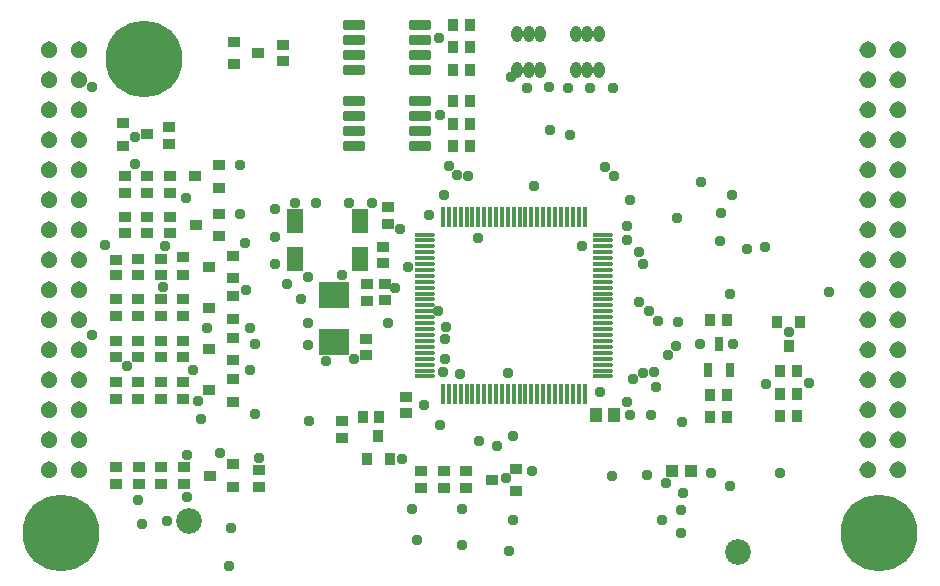
<source format=gts>
G04*
G04 #@! TF.GenerationSoftware,Altium Limited,Altium Designer,22.10.1 (41)*
G04*
G04 Layer_Color=8388736*
%FSLAX23Y23*%
%MOIN*%
G70*
G04*
G04 #@! TF.SameCoordinates,FE0D4549-5355-498F-96F3-0299564D4BAC*
G04*
G04*
G04 #@! TF.FilePolarity,Negative*
G04*
G01*
G75*
%ADD29R,0.039X0.039*%
%ADD38O,0.067X0.016*%
%ADD39O,0.016X0.067*%
%ADD40R,0.041X0.045*%
%ADD41R,0.041X0.037*%
%ADD42R,0.041X0.037*%
%ADD43R,0.037X0.041*%
%ADD44R,0.037X0.041*%
%ADD45R,0.030X0.051*%
%ADD46R,0.057X0.081*%
%ADD47R,0.100X0.085*%
G04:AMPARAMS|DCode=48|XSize=32mil|YSize=71mil|CornerRadius=5mil|HoleSize=0mil|Usage=FLASHONLY|Rotation=270.000|XOffset=0mil|YOffset=0mil|HoleType=Round|Shape=RoundedRectangle|*
%AMROUNDEDRECTD48*
21,1,0.032,0.061,0,0,270.0*
21,1,0.022,0.071,0,0,270.0*
1,1,0.010,-0.031,-0.011*
1,1,0.010,-0.031,0.011*
1,1,0.010,0.031,0.011*
1,1,0.010,0.031,-0.011*
%
%ADD48ROUNDEDRECTD48*%
%ADD49O,0.037X0.055*%
%ADD50C,0.256*%
%ADD51C,0.086*%
%ADD52C,0.037*%
G36*
X743Y4874D02*
X750Y4871D01*
X756Y4867D01*
X760Y4861D01*
X763Y4854D01*
X764Y4847D01*
X763Y4840D01*
X760Y4833D01*
X756Y4827D01*
X750Y4823D01*
X743Y4820D01*
X736Y4819D01*
X729Y4820D01*
X722Y4823D01*
X716Y4827D01*
X712Y4833D01*
X709Y4840D01*
X708Y4847D01*
X709Y4854D01*
X712Y4861D01*
X716Y4867D01*
X722Y4871D01*
X729Y4874D01*
X736Y4875D01*
X743Y4874D01*
D02*
G37*
G36*
X643D02*
X650Y4871D01*
X656Y4867D01*
X660Y4861D01*
X663Y4854D01*
X664Y4847D01*
X663Y4840D01*
X660Y4833D01*
X656Y4827D01*
X650Y4823D01*
X643Y4820D01*
X636Y4819D01*
X629Y4820D01*
X622Y4823D01*
X616Y4827D01*
X612Y4833D01*
X609Y4840D01*
X608Y4847D01*
X609Y4854D01*
X612Y4861D01*
X616Y4867D01*
X622Y4871D01*
X629Y4874D01*
X636Y4875D01*
X643Y4874D01*
D02*
G37*
G36*
X743Y4774D02*
X750Y4771D01*
X756Y4767D01*
X760Y4761D01*
X763Y4754D01*
X764Y4747D01*
X763Y4740D01*
X760Y4733D01*
X756Y4727D01*
X750Y4723D01*
X743Y4720D01*
X736Y4719D01*
X729Y4720D01*
X722Y4723D01*
X716Y4727D01*
X712Y4733D01*
X709Y4740D01*
X708Y4747D01*
X709Y4754D01*
X712Y4761D01*
X716Y4767D01*
X722Y4771D01*
X729Y4774D01*
X736Y4775D01*
X743Y4774D01*
D02*
G37*
G36*
X643D02*
X650Y4771D01*
X656Y4767D01*
X660Y4761D01*
X663Y4754D01*
X664Y4747D01*
X663Y4740D01*
X660Y4733D01*
X656Y4727D01*
X650Y4723D01*
X643Y4720D01*
X636Y4719D01*
X629Y4720D01*
X622Y4723D01*
X616Y4727D01*
X612Y4733D01*
X609Y4740D01*
X608Y4747D01*
X609Y4754D01*
X612Y4761D01*
X616Y4767D01*
X622Y4771D01*
X629Y4774D01*
X636Y4775D01*
X643Y4774D01*
D02*
G37*
G36*
X743Y4674D02*
X750Y4671D01*
X756Y4667D01*
X760Y4661D01*
X763Y4654D01*
X764Y4647D01*
X763Y4640D01*
X760Y4633D01*
X756Y4627D01*
X750Y4623D01*
X743Y4620D01*
X736Y4619D01*
X729Y4620D01*
X722Y4623D01*
X716Y4627D01*
X712Y4633D01*
X709Y4640D01*
X708Y4647D01*
X709Y4654D01*
X712Y4661D01*
X716Y4667D01*
X722Y4671D01*
X729Y4674D01*
X736Y4675D01*
X743Y4674D01*
D02*
G37*
G36*
X643D02*
X650Y4671D01*
X656Y4667D01*
X660Y4661D01*
X663Y4654D01*
X664Y4647D01*
X663Y4640D01*
X660Y4633D01*
X656Y4627D01*
X650Y4623D01*
X643Y4620D01*
X636Y4619D01*
X629Y4620D01*
X622Y4623D01*
X616Y4627D01*
X612Y4633D01*
X609Y4640D01*
X608Y4647D01*
X609Y4654D01*
X612Y4661D01*
X616Y4667D01*
X622Y4671D01*
X629Y4674D01*
X636Y4675D01*
X643Y4674D01*
D02*
G37*
G36*
X743Y4574D02*
X750Y4571D01*
X756Y4567D01*
X760Y4561D01*
X763Y4554D01*
X764Y4547D01*
X763Y4540D01*
X760Y4533D01*
X756Y4527D01*
X750Y4523D01*
X743Y4520D01*
X736Y4519D01*
X729Y4520D01*
X722Y4523D01*
X716Y4527D01*
X712Y4533D01*
X709Y4540D01*
X708Y4547D01*
X709Y4554D01*
X712Y4561D01*
X716Y4567D01*
X722Y4571D01*
X729Y4574D01*
X736Y4575D01*
X743Y4574D01*
D02*
G37*
G36*
X643D02*
X650Y4571D01*
X656Y4567D01*
X660Y4561D01*
X663Y4554D01*
X664Y4547D01*
X663Y4540D01*
X660Y4533D01*
X656Y4527D01*
X650Y4523D01*
X643Y4520D01*
X636Y4519D01*
X629Y4520D01*
X622Y4523D01*
X616Y4527D01*
X612Y4533D01*
X609Y4540D01*
X608Y4547D01*
X609Y4554D01*
X612Y4561D01*
X616Y4567D01*
X622Y4571D01*
X629Y4574D01*
X636Y4575D01*
X643Y4574D01*
D02*
G37*
G36*
X743Y4474D02*
X750Y4471D01*
X756Y4467D01*
X760Y4461D01*
X763Y4454D01*
X764Y4447D01*
X763Y4440D01*
X760Y4433D01*
X756Y4427D01*
X750Y4423D01*
X743Y4420D01*
X736Y4419D01*
X729Y4420D01*
X722Y4423D01*
X716Y4427D01*
X712Y4433D01*
X709Y4440D01*
X708Y4447D01*
X709Y4454D01*
X712Y4461D01*
X716Y4467D01*
X722Y4471D01*
X729Y4474D01*
X736Y4475D01*
X743Y4474D01*
D02*
G37*
G36*
X643D02*
X650Y4471D01*
X656Y4467D01*
X660Y4461D01*
X663Y4454D01*
X664Y4447D01*
X663Y4440D01*
X660Y4433D01*
X656Y4427D01*
X650Y4423D01*
X643Y4420D01*
X636Y4419D01*
X629Y4420D01*
X622Y4423D01*
X616Y4427D01*
X612Y4433D01*
X609Y4440D01*
X608Y4447D01*
X609Y4454D01*
X612Y4461D01*
X616Y4467D01*
X622Y4471D01*
X629Y4474D01*
X636Y4475D01*
X643Y4474D01*
D02*
G37*
G36*
X743Y4374D02*
X750Y4371D01*
X756Y4367D01*
X760Y4361D01*
X763Y4354D01*
X764Y4347D01*
X763Y4340D01*
X760Y4333D01*
X756Y4327D01*
X750Y4323D01*
X743Y4320D01*
X736Y4319D01*
X729Y4320D01*
X722Y4323D01*
X716Y4327D01*
X712Y4333D01*
X709Y4340D01*
X708Y4347D01*
X709Y4354D01*
X712Y4361D01*
X716Y4367D01*
X722Y4371D01*
X729Y4374D01*
X736Y4375D01*
X743Y4374D01*
D02*
G37*
G36*
X643D02*
X650Y4371D01*
X656Y4367D01*
X660Y4361D01*
X663Y4354D01*
X664Y4347D01*
X663Y4340D01*
X660Y4333D01*
X656Y4327D01*
X650Y4323D01*
X643Y4320D01*
X636Y4319D01*
X629Y4320D01*
X622Y4323D01*
X616Y4327D01*
X612Y4333D01*
X609Y4340D01*
X608Y4347D01*
X609Y4354D01*
X612Y4361D01*
X616Y4367D01*
X622Y4371D01*
X629Y4374D01*
X636Y4375D01*
X643Y4374D01*
D02*
G37*
G36*
X743Y4274D02*
X750Y4271D01*
X756Y4267D01*
X760Y4261D01*
X763Y4254D01*
X764Y4247D01*
X763Y4240D01*
X760Y4233D01*
X756Y4227D01*
X750Y4223D01*
X743Y4220D01*
X736Y4219D01*
X729Y4220D01*
X722Y4223D01*
X716Y4227D01*
X712Y4233D01*
X709Y4240D01*
X708Y4247D01*
X709Y4254D01*
X712Y4261D01*
X716Y4267D01*
X722Y4271D01*
X729Y4274D01*
X736Y4275D01*
X743Y4274D01*
D02*
G37*
G36*
X643D02*
X650Y4271D01*
X656Y4267D01*
X660Y4261D01*
X663Y4254D01*
X664Y4247D01*
X663Y4240D01*
X660Y4233D01*
X656Y4227D01*
X650Y4223D01*
X643Y4220D01*
X636Y4219D01*
X629Y4220D01*
X622Y4223D01*
X616Y4227D01*
X612Y4233D01*
X609Y4240D01*
X608Y4247D01*
X609Y4254D01*
X612Y4261D01*
X616Y4267D01*
X622Y4271D01*
X629Y4274D01*
X636Y4275D01*
X643Y4274D01*
D02*
G37*
G36*
X743Y4174D02*
X750Y4171D01*
X756Y4167D01*
X760Y4161D01*
X763Y4154D01*
X764Y4147D01*
X763Y4140D01*
X760Y4133D01*
X756Y4127D01*
X750Y4123D01*
X743Y4120D01*
X736Y4119D01*
X729Y4120D01*
X722Y4123D01*
X716Y4127D01*
X712Y4133D01*
X709Y4140D01*
X708Y4147D01*
X709Y4154D01*
X712Y4161D01*
X716Y4167D01*
X722Y4171D01*
X729Y4174D01*
X736Y4175D01*
X743Y4174D01*
D02*
G37*
G36*
X643D02*
X650Y4171D01*
X656Y4167D01*
X660Y4161D01*
X663Y4154D01*
X664Y4147D01*
X663Y4140D01*
X660Y4133D01*
X656Y4127D01*
X650Y4123D01*
X643Y4120D01*
X636Y4119D01*
X629Y4120D01*
X622Y4123D01*
X616Y4127D01*
X612Y4133D01*
X609Y4140D01*
X608Y4147D01*
X609Y4154D01*
X612Y4161D01*
X616Y4167D01*
X622Y4171D01*
X629Y4174D01*
X636Y4175D01*
X643Y4174D01*
D02*
G37*
G36*
X743Y4074D02*
X750Y4071D01*
X756Y4067D01*
X760Y4061D01*
X763Y4054D01*
X764Y4047D01*
X763Y4040D01*
X760Y4033D01*
X756Y4027D01*
X750Y4023D01*
X743Y4020D01*
X736Y4019D01*
X729Y4020D01*
X722Y4023D01*
X716Y4027D01*
X712Y4033D01*
X709Y4040D01*
X708Y4047D01*
X709Y4054D01*
X712Y4061D01*
X716Y4067D01*
X722Y4071D01*
X729Y4074D01*
X736Y4075D01*
X743Y4074D01*
D02*
G37*
G36*
X643D02*
X650Y4071D01*
X656Y4067D01*
X660Y4061D01*
X663Y4054D01*
X664Y4047D01*
X663Y4040D01*
X660Y4033D01*
X656Y4027D01*
X650Y4023D01*
X643Y4020D01*
X636Y4019D01*
X629Y4020D01*
X622Y4023D01*
X616Y4027D01*
X612Y4033D01*
X609Y4040D01*
X608Y4047D01*
X609Y4054D01*
X612Y4061D01*
X616Y4067D01*
X622Y4071D01*
X629Y4074D01*
X636Y4075D01*
X643Y4074D01*
D02*
G37*
G36*
X743Y3974D02*
X750Y3971D01*
X756Y3967D01*
X760Y3961D01*
X763Y3954D01*
X764Y3947D01*
X763Y3940D01*
X760Y3933D01*
X756Y3927D01*
X750Y3923D01*
X743Y3920D01*
X736Y3919D01*
X729Y3920D01*
X722Y3923D01*
X716Y3927D01*
X712Y3933D01*
X709Y3940D01*
X708Y3947D01*
X709Y3954D01*
X712Y3961D01*
X716Y3967D01*
X722Y3971D01*
X729Y3974D01*
X736Y3975D01*
X743Y3974D01*
D02*
G37*
G36*
X643D02*
X650Y3971D01*
X656Y3967D01*
X660Y3961D01*
X663Y3954D01*
X664Y3947D01*
X663Y3940D01*
X660Y3933D01*
X656Y3927D01*
X650Y3923D01*
X643Y3920D01*
X636Y3919D01*
X629Y3920D01*
X622Y3923D01*
X616Y3927D01*
X612Y3933D01*
X609Y3940D01*
X608Y3947D01*
X609Y3954D01*
X612Y3961D01*
X616Y3967D01*
X622Y3971D01*
X629Y3974D01*
X636Y3975D01*
X643Y3974D01*
D02*
G37*
G36*
X743Y3874D02*
X750Y3871D01*
X756Y3867D01*
X760Y3861D01*
X763Y3854D01*
X764Y3847D01*
X763Y3840D01*
X760Y3833D01*
X756Y3827D01*
X750Y3823D01*
X743Y3820D01*
X736Y3819D01*
X729Y3820D01*
X722Y3823D01*
X716Y3827D01*
X712Y3833D01*
X709Y3840D01*
X708Y3847D01*
X709Y3854D01*
X712Y3861D01*
X716Y3867D01*
X722Y3871D01*
X729Y3874D01*
X736Y3875D01*
X743Y3874D01*
D02*
G37*
G36*
X643D02*
X650Y3871D01*
X656Y3867D01*
X660Y3861D01*
X663Y3854D01*
X664Y3847D01*
X663Y3840D01*
X660Y3833D01*
X656Y3827D01*
X650Y3823D01*
X643Y3820D01*
X636Y3819D01*
X629Y3820D01*
X622Y3823D01*
X616Y3827D01*
X612Y3833D01*
X609Y3840D01*
X608Y3847D01*
X609Y3854D01*
X612Y3861D01*
X616Y3867D01*
X622Y3871D01*
X629Y3874D01*
X636Y3875D01*
X643Y3874D01*
D02*
G37*
G36*
X743Y3774D02*
X750Y3771D01*
X756Y3767D01*
X760Y3761D01*
X763Y3754D01*
X764Y3747D01*
X763Y3740D01*
X760Y3733D01*
X756Y3727D01*
X750Y3723D01*
X743Y3720D01*
X736Y3719D01*
X729Y3720D01*
X722Y3723D01*
X716Y3727D01*
X712Y3733D01*
X709Y3740D01*
X708Y3747D01*
X709Y3754D01*
X712Y3761D01*
X716Y3767D01*
X722Y3771D01*
X729Y3774D01*
X736Y3775D01*
X743Y3774D01*
D02*
G37*
G36*
X643D02*
X650Y3771D01*
X656Y3767D01*
X660Y3761D01*
X663Y3754D01*
X664Y3747D01*
X663Y3740D01*
X660Y3733D01*
X656Y3727D01*
X650Y3723D01*
X643Y3720D01*
X636Y3719D01*
X629Y3720D01*
X622Y3723D01*
X616Y3727D01*
X612Y3733D01*
X609Y3740D01*
X608Y3747D01*
X609Y3754D01*
X612Y3761D01*
X616Y3767D01*
X622Y3771D01*
X629Y3774D01*
X636Y3775D01*
X643Y3774D01*
D02*
G37*
G36*
X743Y3674D02*
X750Y3671D01*
X756Y3667D01*
X760Y3661D01*
X763Y3654D01*
X764Y3647D01*
X763Y3640D01*
X760Y3633D01*
X756Y3627D01*
X750Y3623D01*
X743Y3620D01*
X736Y3619D01*
X729Y3620D01*
X722Y3623D01*
X716Y3627D01*
X712Y3633D01*
X709Y3640D01*
X708Y3647D01*
X709Y3654D01*
X712Y3661D01*
X716Y3667D01*
X722Y3671D01*
X729Y3674D01*
X736Y3675D01*
X743Y3674D01*
D02*
G37*
G36*
X643D02*
X650Y3671D01*
X656Y3667D01*
X660Y3661D01*
X663Y3654D01*
X664Y3647D01*
X663Y3640D01*
X660Y3633D01*
X656Y3627D01*
X650Y3623D01*
X643Y3620D01*
X636Y3619D01*
X629Y3620D01*
X622Y3623D01*
X616Y3627D01*
X612Y3633D01*
X609Y3640D01*
X608Y3647D01*
X609Y3654D01*
X612Y3661D01*
X616Y3667D01*
X622Y3671D01*
X629Y3674D01*
X636Y3675D01*
X643Y3674D01*
D02*
G37*
G36*
X743Y3574D02*
X750Y3571D01*
X756Y3567D01*
X760Y3561D01*
X763Y3554D01*
X764Y3547D01*
X763Y3540D01*
X760Y3533D01*
X756Y3527D01*
X750Y3523D01*
X743Y3520D01*
X736Y3519D01*
X729Y3520D01*
X722Y3523D01*
X716Y3527D01*
X712Y3533D01*
X709Y3540D01*
X708Y3547D01*
X709Y3554D01*
X712Y3561D01*
X716Y3567D01*
X722Y3571D01*
X729Y3574D01*
X736Y3575D01*
X743Y3574D01*
D02*
G37*
G36*
X643D02*
X650Y3571D01*
X656Y3567D01*
X660Y3561D01*
X663Y3554D01*
X664Y3547D01*
X663Y3540D01*
X660Y3533D01*
X656Y3527D01*
X650Y3523D01*
X643Y3520D01*
X636Y3519D01*
X629Y3520D01*
X622Y3523D01*
X616Y3527D01*
X612Y3533D01*
X609Y3540D01*
X608Y3547D01*
X609Y3554D01*
X612Y3561D01*
X616Y3567D01*
X622Y3571D01*
X629Y3574D01*
X636Y3575D01*
X643Y3574D01*
D02*
G37*
G36*
X743Y3474D02*
X750Y3471D01*
X756Y3467D01*
X760Y3461D01*
X763Y3454D01*
X764Y3447D01*
X763Y3440D01*
X760Y3433D01*
X756Y3427D01*
X750Y3423D01*
X743Y3420D01*
X736Y3419D01*
X729Y3420D01*
X722Y3423D01*
X716Y3427D01*
X712Y3433D01*
X709Y3440D01*
X708Y3447D01*
X709Y3454D01*
X712Y3461D01*
X716Y3467D01*
X722Y3471D01*
X729Y3474D01*
X736Y3475D01*
X743Y3474D01*
D02*
G37*
G36*
X643D02*
X650Y3471D01*
X656Y3467D01*
X660Y3461D01*
X663Y3454D01*
X664Y3447D01*
X663Y3440D01*
X660Y3433D01*
X656Y3427D01*
X650Y3423D01*
X643Y3420D01*
X636Y3419D01*
X629Y3420D01*
X622Y3423D01*
X616Y3427D01*
X612Y3433D01*
X609Y3440D01*
X608Y3447D01*
X609Y3454D01*
X612Y3461D01*
X616Y3467D01*
X622Y3471D01*
X629Y3474D01*
X636Y3475D01*
X643Y3474D01*
D02*
G37*
G36*
X3472Y4874D02*
X3479Y4871D01*
X3485Y4867D01*
X3489Y4861D01*
X3492Y4854D01*
X3493Y4847D01*
X3492Y4840D01*
X3489Y4833D01*
X3485Y4827D01*
X3479Y4823D01*
X3472Y4820D01*
X3465Y4819D01*
X3458Y4820D01*
X3451Y4823D01*
X3445Y4827D01*
X3441Y4833D01*
X3438Y4840D01*
X3437Y4847D01*
X3438Y4854D01*
X3441Y4861D01*
X3445Y4867D01*
X3451Y4871D01*
X3458Y4874D01*
X3465Y4875D01*
X3472Y4874D01*
D02*
G37*
G36*
X3372D02*
X3379Y4871D01*
X3385Y4867D01*
X3389Y4861D01*
X3392Y4854D01*
X3393Y4847D01*
X3392Y4840D01*
X3389Y4833D01*
X3385Y4827D01*
X3379Y4823D01*
X3372Y4820D01*
X3365Y4819D01*
X3358Y4820D01*
X3351Y4823D01*
X3345Y4827D01*
X3341Y4833D01*
X3338Y4840D01*
X3337Y4847D01*
X3338Y4854D01*
X3341Y4861D01*
X3345Y4867D01*
X3351Y4871D01*
X3358Y4874D01*
X3365Y4875D01*
X3372Y4874D01*
D02*
G37*
G36*
X3472Y4774D02*
X3479Y4771D01*
X3485Y4767D01*
X3489Y4761D01*
X3492Y4754D01*
X3493Y4747D01*
X3492Y4740D01*
X3489Y4733D01*
X3485Y4727D01*
X3479Y4723D01*
X3472Y4720D01*
X3465Y4719D01*
X3458Y4720D01*
X3451Y4723D01*
X3445Y4727D01*
X3441Y4733D01*
X3438Y4740D01*
X3437Y4747D01*
X3438Y4754D01*
X3441Y4761D01*
X3445Y4767D01*
X3451Y4771D01*
X3458Y4774D01*
X3465Y4775D01*
X3472Y4774D01*
D02*
G37*
G36*
X3372D02*
X3379Y4771D01*
X3385Y4767D01*
X3389Y4761D01*
X3392Y4754D01*
X3393Y4747D01*
X3392Y4740D01*
X3389Y4733D01*
X3385Y4727D01*
X3379Y4723D01*
X3372Y4720D01*
X3365Y4719D01*
X3358Y4720D01*
X3351Y4723D01*
X3345Y4727D01*
X3341Y4733D01*
X3338Y4740D01*
X3337Y4747D01*
X3338Y4754D01*
X3341Y4761D01*
X3345Y4767D01*
X3351Y4771D01*
X3358Y4774D01*
X3365Y4775D01*
X3372Y4774D01*
D02*
G37*
G36*
X3472Y4674D02*
X3479Y4671D01*
X3485Y4667D01*
X3489Y4661D01*
X3492Y4654D01*
X3493Y4647D01*
X3492Y4640D01*
X3489Y4633D01*
X3485Y4627D01*
X3479Y4623D01*
X3472Y4620D01*
X3465Y4619D01*
X3458Y4620D01*
X3451Y4623D01*
X3445Y4627D01*
X3441Y4633D01*
X3438Y4640D01*
X3437Y4647D01*
X3438Y4654D01*
X3441Y4661D01*
X3445Y4667D01*
X3451Y4671D01*
X3458Y4674D01*
X3465Y4675D01*
X3472Y4674D01*
D02*
G37*
G36*
X3372D02*
X3379Y4671D01*
X3385Y4667D01*
X3389Y4661D01*
X3392Y4654D01*
X3393Y4647D01*
X3392Y4640D01*
X3389Y4633D01*
X3385Y4627D01*
X3379Y4623D01*
X3372Y4620D01*
X3365Y4619D01*
X3358Y4620D01*
X3351Y4623D01*
X3345Y4627D01*
X3341Y4633D01*
X3338Y4640D01*
X3337Y4647D01*
X3338Y4654D01*
X3341Y4661D01*
X3345Y4667D01*
X3351Y4671D01*
X3358Y4674D01*
X3365Y4675D01*
X3372Y4674D01*
D02*
G37*
G36*
X3472Y4574D02*
X3479Y4571D01*
X3485Y4567D01*
X3489Y4561D01*
X3492Y4554D01*
X3493Y4547D01*
X3492Y4540D01*
X3489Y4533D01*
X3485Y4527D01*
X3479Y4523D01*
X3472Y4520D01*
X3465Y4519D01*
X3458Y4520D01*
X3451Y4523D01*
X3445Y4527D01*
X3441Y4533D01*
X3438Y4540D01*
X3437Y4547D01*
X3438Y4554D01*
X3441Y4561D01*
X3445Y4567D01*
X3451Y4571D01*
X3458Y4574D01*
X3465Y4575D01*
X3472Y4574D01*
D02*
G37*
G36*
X3372D02*
X3379Y4571D01*
X3385Y4567D01*
X3389Y4561D01*
X3392Y4554D01*
X3393Y4547D01*
X3392Y4540D01*
X3389Y4533D01*
X3385Y4527D01*
X3379Y4523D01*
X3372Y4520D01*
X3365Y4519D01*
X3358Y4520D01*
X3351Y4523D01*
X3345Y4527D01*
X3341Y4533D01*
X3338Y4540D01*
X3337Y4547D01*
X3338Y4554D01*
X3341Y4561D01*
X3345Y4567D01*
X3351Y4571D01*
X3358Y4574D01*
X3365Y4575D01*
X3372Y4574D01*
D02*
G37*
G36*
X3472Y4474D02*
X3479Y4471D01*
X3485Y4467D01*
X3489Y4461D01*
X3492Y4454D01*
X3493Y4447D01*
X3492Y4440D01*
X3489Y4433D01*
X3485Y4427D01*
X3479Y4423D01*
X3472Y4420D01*
X3465Y4419D01*
X3458Y4420D01*
X3451Y4423D01*
X3445Y4427D01*
X3441Y4433D01*
X3438Y4440D01*
X3437Y4447D01*
X3438Y4454D01*
X3441Y4461D01*
X3445Y4467D01*
X3451Y4471D01*
X3458Y4474D01*
X3465Y4475D01*
X3472Y4474D01*
D02*
G37*
G36*
X3372D02*
X3379Y4471D01*
X3385Y4467D01*
X3389Y4461D01*
X3392Y4454D01*
X3393Y4447D01*
X3392Y4440D01*
X3389Y4433D01*
X3385Y4427D01*
X3379Y4423D01*
X3372Y4420D01*
X3365Y4419D01*
X3358Y4420D01*
X3351Y4423D01*
X3345Y4427D01*
X3341Y4433D01*
X3338Y4440D01*
X3337Y4447D01*
X3338Y4454D01*
X3341Y4461D01*
X3345Y4467D01*
X3351Y4471D01*
X3358Y4474D01*
X3365Y4475D01*
X3372Y4474D01*
D02*
G37*
G36*
X3472Y4374D02*
X3479Y4371D01*
X3485Y4367D01*
X3489Y4361D01*
X3492Y4354D01*
X3493Y4347D01*
X3492Y4340D01*
X3489Y4333D01*
X3485Y4327D01*
X3479Y4323D01*
X3472Y4320D01*
X3465Y4319D01*
X3458Y4320D01*
X3451Y4323D01*
X3445Y4327D01*
X3441Y4333D01*
X3438Y4340D01*
X3437Y4347D01*
X3438Y4354D01*
X3441Y4361D01*
X3445Y4367D01*
X3451Y4371D01*
X3458Y4374D01*
X3465Y4375D01*
X3472Y4374D01*
D02*
G37*
G36*
X3372D02*
X3379Y4371D01*
X3385Y4367D01*
X3389Y4361D01*
X3392Y4354D01*
X3393Y4347D01*
X3392Y4340D01*
X3389Y4333D01*
X3385Y4327D01*
X3379Y4323D01*
X3372Y4320D01*
X3365Y4319D01*
X3358Y4320D01*
X3351Y4323D01*
X3345Y4327D01*
X3341Y4333D01*
X3338Y4340D01*
X3337Y4347D01*
X3338Y4354D01*
X3341Y4361D01*
X3345Y4367D01*
X3351Y4371D01*
X3358Y4374D01*
X3365Y4375D01*
X3372Y4374D01*
D02*
G37*
G36*
X3472Y4274D02*
X3479Y4271D01*
X3485Y4267D01*
X3489Y4261D01*
X3492Y4254D01*
X3493Y4247D01*
X3492Y4240D01*
X3489Y4233D01*
X3485Y4227D01*
X3479Y4223D01*
X3472Y4220D01*
X3465Y4219D01*
X3458Y4220D01*
X3451Y4223D01*
X3445Y4227D01*
X3441Y4233D01*
X3438Y4240D01*
X3437Y4247D01*
X3438Y4254D01*
X3441Y4261D01*
X3445Y4267D01*
X3451Y4271D01*
X3458Y4274D01*
X3465Y4275D01*
X3472Y4274D01*
D02*
G37*
G36*
X3372D02*
X3379Y4271D01*
X3385Y4267D01*
X3389Y4261D01*
X3392Y4254D01*
X3393Y4247D01*
X3392Y4240D01*
X3389Y4233D01*
X3385Y4227D01*
X3379Y4223D01*
X3372Y4220D01*
X3365Y4219D01*
X3358Y4220D01*
X3351Y4223D01*
X3345Y4227D01*
X3341Y4233D01*
X3338Y4240D01*
X3337Y4247D01*
X3338Y4254D01*
X3341Y4261D01*
X3345Y4267D01*
X3351Y4271D01*
X3358Y4274D01*
X3365Y4275D01*
X3372Y4274D01*
D02*
G37*
G36*
X3472Y4174D02*
X3479Y4171D01*
X3485Y4167D01*
X3489Y4161D01*
X3492Y4154D01*
X3493Y4147D01*
X3492Y4140D01*
X3489Y4133D01*
X3485Y4127D01*
X3479Y4123D01*
X3472Y4120D01*
X3465Y4119D01*
X3458Y4120D01*
X3451Y4123D01*
X3445Y4127D01*
X3441Y4133D01*
X3438Y4140D01*
X3437Y4147D01*
X3438Y4154D01*
X3441Y4161D01*
X3445Y4167D01*
X3451Y4171D01*
X3458Y4174D01*
X3465Y4175D01*
X3472Y4174D01*
D02*
G37*
G36*
X3372D02*
X3379Y4171D01*
X3385Y4167D01*
X3389Y4161D01*
X3392Y4154D01*
X3393Y4147D01*
X3392Y4140D01*
X3389Y4133D01*
X3385Y4127D01*
X3379Y4123D01*
X3372Y4120D01*
X3365Y4119D01*
X3358Y4120D01*
X3351Y4123D01*
X3345Y4127D01*
X3341Y4133D01*
X3338Y4140D01*
X3337Y4147D01*
X3338Y4154D01*
X3341Y4161D01*
X3345Y4167D01*
X3351Y4171D01*
X3358Y4174D01*
X3365Y4175D01*
X3372Y4174D01*
D02*
G37*
G36*
X3472Y4074D02*
X3479Y4071D01*
X3485Y4067D01*
X3489Y4061D01*
X3492Y4054D01*
X3493Y4047D01*
X3492Y4040D01*
X3489Y4033D01*
X3485Y4027D01*
X3479Y4023D01*
X3472Y4020D01*
X3465Y4019D01*
X3458Y4020D01*
X3451Y4023D01*
X3445Y4027D01*
X3441Y4033D01*
X3438Y4040D01*
X3437Y4047D01*
X3438Y4054D01*
X3441Y4061D01*
X3445Y4067D01*
X3451Y4071D01*
X3458Y4074D01*
X3465Y4075D01*
X3472Y4074D01*
D02*
G37*
G36*
X3372D02*
X3379Y4071D01*
X3385Y4067D01*
X3389Y4061D01*
X3392Y4054D01*
X3393Y4047D01*
X3392Y4040D01*
X3389Y4033D01*
X3385Y4027D01*
X3379Y4023D01*
X3372Y4020D01*
X3365Y4019D01*
X3358Y4020D01*
X3351Y4023D01*
X3345Y4027D01*
X3341Y4033D01*
X3338Y4040D01*
X3337Y4047D01*
X3338Y4054D01*
X3341Y4061D01*
X3345Y4067D01*
X3351Y4071D01*
X3358Y4074D01*
X3365Y4075D01*
X3372Y4074D01*
D02*
G37*
G36*
X3472Y3974D02*
X3479Y3971D01*
X3485Y3967D01*
X3489Y3961D01*
X3492Y3954D01*
X3493Y3947D01*
X3492Y3940D01*
X3489Y3933D01*
X3485Y3927D01*
X3479Y3923D01*
X3472Y3920D01*
X3465Y3919D01*
X3458Y3920D01*
X3451Y3923D01*
X3445Y3927D01*
X3441Y3933D01*
X3438Y3940D01*
X3437Y3947D01*
X3438Y3954D01*
X3441Y3961D01*
X3445Y3967D01*
X3451Y3971D01*
X3458Y3974D01*
X3465Y3975D01*
X3472Y3974D01*
D02*
G37*
G36*
X3372D02*
X3379Y3971D01*
X3385Y3967D01*
X3389Y3961D01*
X3392Y3954D01*
X3393Y3947D01*
X3392Y3940D01*
X3389Y3933D01*
X3385Y3927D01*
X3379Y3923D01*
X3372Y3920D01*
X3365Y3919D01*
X3358Y3920D01*
X3351Y3923D01*
X3345Y3927D01*
X3341Y3933D01*
X3338Y3940D01*
X3337Y3947D01*
X3338Y3954D01*
X3341Y3961D01*
X3345Y3967D01*
X3351Y3971D01*
X3358Y3974D01*
X3365Y3975D01*
X3372Y3974D01*
D02*
G37*
G36*
X3472Y3874D02*
X3479Y3871D01*
X3485Y3867D01*
X3489Y3861D01*
X3492Y3854D01*
X3493Y3847D01*
X3492Y3840D01*
X3489Y3833D01*
X3485Y3827D01*
X3479Y3823D01*
X3472Y3820D01*
X3465Y3819D01*
X3458Y3820D01*
X3451Y3823D01*
X3445Y3827D01*
X3441Y3833D01*
X3438Y3840D01*
X3437Y3847D01*
X3438Y3854D01*
X3441Y3861D01*
X3445Y3867D01*
X3451Y3871D01*
X3458Y3874D01*
X3465Y3875D01*
X3472Y3874D01*
D02*
G37*
G36*
X3372D02*
X3379Y3871D01*
X3385Y3867D01*
X3389Y3861D01*
X3392Y3854D01*
X3393Y3847D01*
X3392Y3840D01*
X3389Y3833D01*
X3385Y3827D01*
X3379Y3823D01*
X3372Y3820D01*
X3365Y3819D01*
X3358Y3820D01*
X3351Y3823D01*
X3345Y3827D01*
X3341Y3833D01*
X3338Y3840D01*
X3337Y3847D01*
X3338Y3854D01*
X3341Y3861D01*
X3345Y3867D01*
X3351Y3871D01*
X3358Y3874D01*
X3365Y3875D01*
X3372Y3874D01*
D02*
G37*
G36*
X3472Y3774D02*
X3479Y3771D01*
X3485Y3767D01*
X3489Y3761D01*
X3492Y3754D01*
X3493Y3747D01*
X3492Y3740D01*
X3489Y3733D01*
X3485Y3727D01*
X3479Y3723D01*
X3472Y3720D01*
X3465Y3719D01*
X3458Y3720D01*
X3451Y3723D01*
X3445Y3727D01*
X3441Y3733D01*
X3438Y3740D01*
X3437Y3747D01*
X3438Y3754D01*
X3441Y3761D01*
X3445Y3767D01*
X3451Y3771D01*
X3458Y3774D01*
X3465Y3775D01*
X3472Y3774D01*
D02*
G37*
G36*
X3372D02*
X3379Y3771D01*
X3385Y3767D01*
X3389Y3761D01*
X3392Y3754D01*
X3393Y3747D01*
X3392Y3740D01*
X3389Y3733D01*
X3385Y3727D01*
X3379Y3723D01*
X3372Y3720D01*
X3365Y3719D01*
X3358Y3720D01*
X3351Y3723D01*
X3345Y3727D01*
X3341Y3733D01*
X3338Y3740D01*
X3337Y3747D01*
X3338Y3754D01*
X3341Y3761D01*
X3345Y3767D01*
X3351Y3771D01*
X3358Y3774D01*
X3365Y3775D01*
X3372Y3774D01*
D02*
G37*
G36*
X3472Y3674D02*
X3479Y3671D01*
X3485Y3667D01*
X3489Y3661D01*
X3492Y3654D01*
X3493Y3647D01*
X3492Y3640D01*
X3489Y3633D01*
X3485Y3627D01*
X3479Y3623D01*
X3472Y3620D01*
X3465Y3619D01*
X3458Y3620D01*
X3451Y3623D01*
X3445Y3627D01*
X3441Y3633D01*
X3438Y3640D01*
X3437Y3647D01*
X3438Y3654D01*
X3441Y3661D01*
X3445Y3667D01*
X3451Y3671D01*
X3458Y3674D01*
X3465Y3675D01*
X3472Y3674D01*
D02*
G37*
G36*
X3372D02*
X3379Y3671D01*
X3385Y3667D01*
X3389Y3661D01*
X3392Y3654D01*
X3393Y3647D01*
X3392Y3640D01*
X3389Y3633D01*
X3385Y3627D01*
X3379Y3623D01*
X3372Y3620D01*
X3365Y3619D01*
X3358Y3620D01*
X3351Y3623D01*
X3345Y3627D01*
X3341Y3633D01*
X3338Y3640D01*
X3337Y3647D01*
X3338Y3654D01*
X3341Y3661D01*
X3345Y3667D01*
X3351Y3671D01*
X3358Y3674D01*
X3365Y3675D01*
X3372Y3674D01*
D02*
G37*
G36*
X3472Y3574D02*
X3479Y3571D01*
X3485Y3567D01*
X3489Y3561D01*
X3492Y3554D01*
X3493Y3547D01*
X3492Y3540D01*
X3489Y3533D01*
X3485Y3527D01*
X3479Y3523D01*
X3472Y3520D01*
X3465Y3519D01*
X3458Y3520D01*
X3451Y3523D01*
X3445Y3527D01*
X3441Y3533D01*
X3438Y3540D01*
X3437Y3547D01*
X3438Y3554D01*
X3441Y3561D01*
X3445Y3567D01*
X3451Y3571D01*
X3458Y3574D01*
X3465Y3575D01*
X3472Y3574D01*
D02*
G37*
G36*
X3372D02*
X3379Y3571D01*
X3385Y3567D01*
X3389Y3561D01*
X3392Y3554D01*
X3393Y3547D01*
X3392Y3540D01*
X3389Y3533D01*
X3385Y3527D01*
X3379Y3523D01*
X3372Y3520D01*
X3365Y3519D01*
X3358Y3520D01*
X3351Y3523D01*
X3345Y3527D01*
X3341Y3533D01*
X3338Y3540D01*
X3337Y3547D01*
X3338Y3554D01*
X3341Y3561D01*
X3345Y3567D01*
X3351Y3571D01*
X3358Y3574D01*
X3365Y3575D01*
X3372Y3574D01*
D02*
G37*
G36*
X3472Y3474D02*
X3479Y3471D01*
X3485Y3467D01*
X3489Y3461D01*
X3492Y3454D01*
X3493Y3447D01*
X3492Y3440D01*
X3489Y3433D01*
X3485Y3427D01*
X3479Y3423D01*
X3472Y3420D01*
X3465Y3419D01*
X3458Y3420D01*
X3451Y3423D01*
X3445Y3427D01*
X3441Y3433D01*
X3438Y3440D01*
X3437Y3447D01*
X3438Y3454D01*
X3441Y3461D01*
X3445Y3467D01*
X3451Y3471D01*
X3458Y3474D01*
X3465Y3475D01*
X3472Y3474D01*
D02*
G37*
G36*
X3372D02*
X3379Y3471D01*
X3385Y3467D01*
X3389Y3461D01*
X3392Y3454D01*
X3393Y3447D01*
X3392Y3440D01*
X3389Y3433D01*
X3385Y3427D01*
X3379Y3423D01*
X3372Y3420D01*
X3365Y3419D01*
X3358Y3420D01*
X3351Y3423D01*
X3345Y3427D01*
X3341Y3433D01*
X3338Y3440D01*
X3337Y3447D01*
X3338Y3454D01*
X3341Y3461D01*
X3345Y3467D01*
X3351Y3471D01*
X3358Y3474D01*
X3365Y3475D01*
X3372Y3474D01*
D02*
G37*
D29*
X2711Y3442D02*
D03*
X2777D02*
D03*
D38*
X2481Y4034D02*
D03*
Y4054D02*
D03*
X1889Y4231D02*
D03*
Y4212D02*
D03*
Y4192D02*
D03*
Y4172D02*
D03*
Y4152D02*
D03*
Y4133D02*
D03*
Y4113D02*
D03*
Y4093D02*
D03*
Y4074D02*
D03*
Y4054D02*
D03*
Y4034D02*
D03*
Y4015D02*
D03*
Y3995D02*
D03*
Y3975D02*
D03*
Y3956D02*
D03*
Y3936D02*
D03*
Y3916D02*
D03*
Y3897D02*
D03*
Y3877D02*
D03*
Y3857D02*
D03*
Y3838D02*
D03*
Y3818D02*
D03*
Y3798D02*
D03*
Y3778D02*
D03*
Y3759D02*
D03*
X2481D02*
D03*
Y3778D02*
D03*
Y3798D02*
D03*
Y3818D02*
D03*
Y3838D02*
D03*
Y3857D02*
D03*
Y3877D02*
D03*
Y3897D02*
D03*
Y3916D02*
D03*
Y3936D02*
D03*
Y3956D02*
D03*
Y3975D02*
D03*
Y3995D02*
D03*
Y4015D02*
D03*
Y4074D02*
D03*
Y4093D02*
D03*
Y4113D02*
D03*
Y4133D02*
D03*
Y4152D02*
D03*
Y4172D02*
D03*
Y4192D02*
D03*
Y4212D02*
D03*
Y4231D02*
D03*
D39*
X2382Y4291D02*
D03*
X2362D02*
D03*
X2342D02*
D03*
X2283D02*
D03*
X1949Y3699D02*
D03*
X1968D02*
D03*
X1988D02*
D03*
X2008D02*
D03*
X2028D02*
D03*
X2047D02*
D03*
X2067D02*
D03*
X2087D02*
D03*
X2106D02*
D03*
X2126D02*
D03*
X2146D02*
D03*
X2165D02*
D03*
X2185D02*
D03*
X2205D02*
D03*
X2224D02*
D03*
X2244D02*
D03*
X2264D02*
D03*
X2283D02*
D03*
X2303D02*
D03*
X2323D02*
D03*
X2342D02*
D03*
X2362D02*
D03*
X2382D02*
D03*
X2402D02*
D03*
X2421D02*
D03*
Y4291D02*
D03*
X2402D02*
D03*
X2323D02*
D03*
X2303D02*
D03*
X2264D02*
D03*
X2244D02*
D03*
X2224D02*
D03*
X2205D02*
D03*
X2185D02*
D03*
X2165D02*
D03*
X2146D02*
D03*
X2126D02*
D03*
X2106D02*
D03*
X2087D02*
D03*
X2067D02*
D03*
X2047D02*
D03*
X2028D02*
D03*
X2008D02*
D03*
X1988D02*
D03*
X1968D02*
D03*
X1949D02*
D03*
D40*
X2520Y3630D02*
D03*
X2458D02*
D03*
D41*
X962Y4566D02*
D03*
X884Y4528D02*
D03*
Y4603D02*
D03*
X1331Y4837D02*
D03*
X1253Y4799D02*
D03*
Y4874D02*
D03*
X1125Y4263D02*
D03*
X1203Y4300D02*
D03*
Y4226D02*
D03*
X1248Y3812D02*
D03*
Y3887D02*
D03*
X1170Y3849D02*
D03*
X1248Y3674D02*
D03*
Y3749D02*
D03*
X1170Y3712D02*
D03*
X1249Y3391D02*
D03*
Y3465D02*
D03*
X1171Y3428D02*
D03*
X1248Y3951D02*
D03*
Y4026D02*
D03*
X1169Y3988D02*
D03*
X1248Y4086D02*
D03*
Y4160D02*
D03*
X1170Y4123D02*
D03*
X2191Y3377D02*
D03*
Y3451D02*
D03*
X2112Y3414D02*
D03*
X1201Y4388D02*
D03*
Y4462D02*
D03*
X1122Y4425D02*
D03*
D42*
X1036Y4589D02*
D03*
Y4534D02*
D03*
X1417Y4864D02*
D03*
Y4809D02*
D03*
X1611Y3554D02*
D03*
Y3610D02*
D03*
X1826Y3635D02*
D03*
Y3690D02*
D03*
X1750Y4135D02*
D03*
Y4190D02*
D03*
X1757Y4068D02*
D03*
Y4013D02*
D03*
X1766Y4267D02*
D03*
Y4322D02*
D03*
X1695Y4066D02*
D03*
Y4010D02*
D03*
X1692Y3829D02*
D03*
Y3884D02*
D03*
X858Y3961D02*
D03*
Y4016D02*
D03*
X859Y4148D02*
D03*
Y4095D02*
D03*
X859Y3684D02*
D03*
Y3739D02*
D03*
Y3822D02*
D03*
Y3877D02*
D03*
X860Y3400D02*
D03*
Y3456D02*
D03*
X889Y4426D02*
D03*
Y4370D02*
D03*
X889Y4291D02*
D03*
Y4235D02*
D03*
X933Y3961D02*
D03*
Y4016D02*
D03*
X934Y4151D02*
D03*
Y4095D02*
D03*
X934Y3684D02*
D03*
Y3739D02*
D03*
Y3822D02*
D03*
Y3877D02*
D03*
X935Y3400D02*
D03*
Y3456D02*
D03*
X1008Y4016D02*
D03*
Y3961D02*
D03*
X1009Y3739D02*
D03*
Y3684D02*
D03*
Y3877D02*
D03*
Y3822D02*
D03*
X1010Y3456D02*
D03*
Y3400D02*
D03*
X1039Y4235D02*
D03*
Y4291D02*
D03*
Y4426D02*
D03*
Y4370D02*
D03*
X1084Y4158D02*
D03*
Y4095D02*
D03*
X1335Y3445D02*
D03*
Y3389D02*
D03*
X1876Y3442D02*
D03*
Y3386D02*
D03*
X2026Y3442D02*
D03*
Y3386D02*
D03*
X964Y4235D02*
D03*
Y4291D02*
D03*
Y4426D02*
D03*
Y4370D02*
D03*
X1009Y4151D02*
D03*
Y4095D02*
D03*
X1083Y4016D02*
D03*
Y3961D02*
D03*
X1084Y3739D02*
D03*
Y3684D02*
D03*
Y3877D02*
D03*
Y3822D02*
D03*
X1085Y3456D02*
D03*
Y3400D02*
D03*
X1951Y3442D02*
D03*
Y3386D02*
D03*
D43*
X1736Y3622D02*
D03*
X1681D02*
D03*
X1984Y4525D02*
D03*
X2040D02*
D03*
X1984Y4675D02*
D03*
X2040D02*
D03*
X1984Y4780D02*
D03*
X2040D02*
D03*
X1984Y4930D02*
D03*
X2040D02*
D03*
X2840Y3623D02*
D03*
X2896D02*
D03*
X2840Y3698D02*
D03*
X2896D02*
D03*
X2840Y3948D02*
D03*
X2896D02*
D03*
X3074Y3625D02*
D03*
X3129D02*
D03*
X3074Y3700D02*
D03*
X3129D02*
D03*
X2040Y4600D02*
D03*
X1984D02*
D03*
X2040Y4855D02*
D03*
X1984D02*
D03*
X3074Y3775D02*
D03*
X3129D02*
D03*
D44*
X1734Y3560D02*
D03*
X1771Y3482D02*
D03*
X1697D02*
D03*
X3139Y3939D02*
D03*
X3064D02*
D03*
X3102Y3861D02*
D03*
D45*
X2831Y3779D02*
D03*
X2905D02*
D03*
X2868Y3867D02*
D03*
D46*
X1672Y4275D02*
D03*
X1456D02*
D03*
X1672Y4149D02*
D03*
X1456D02*
D03*
D47*
X1586Y3872D02*
D03*
Y4030D02*
D03*
D48*
X1651Y4675D02*
D03*
Y4625D02*
D03*
Y4575D02*
D03*
Y4525D02*
D03*
X1873Y4675D02*
D03*
Y4625D02*
D03*
Y4575D02*
D03*
Y4525D02*
D03*
X1651Y4930D02*
D03*
Y4880D02*
D03*
Y4830D02*
D03*
Y4780D02*
D03*
X1873Y4930D02*
D03*
Y4880D02*
D03*
Y4830D02*
D03*
Y4780D02*
D03*
D49*
X2274Y4901D02*
D03*
X2235D02*
D03*
X2196D02*
D03*
Y4779D02*
D03*
X2235D02*
D03*
X2274D02*
D03*
X2469Y4901D02*
D03*
X2430D02*
D03*
X2391D02*
D03*
Y4779D02*
D03*
X2430D02*
D03*
X2469D02*
D03*
D50*
X953Y4816D02*
D03*
X675Y3235D02*
D03*
X3403Y3237D02*
D03*
D51*
X2931Y3174D02*
D03*
X1104Y3277D02*
D03*
D52*
X1274Y4462D02*
D03*
X3236Y4040D02*
D03*
X2728Y4286D02*
D03*
X2515Y4720D02*
D03*
X1937Y4888D02*
D03*
X2177Y4755D02*
D03*
X1525Y4336D02*
D03*
X1274Y4300D02*
D03*
X2520Y4425D02*
D03*
X2489Y4458D02*
D03*
X1788Y4052D02*
D03*
X3023Y4189D02*
D03*
X2961Y4183D02*
D03*
X1959Y3923D02*
D03*
X1933Y3975D02*
D03*
X2806Y3866D02*
D03*
X2474Y3706D02*
D03*
X1948Y3773D02*
D03*
X1956Y3818D02*
D03*
X1956Y3883D02*
D03*
X1028Y3278D02*
D03*
X1141Y3616D02*
D03*
X923Y4555D02*
D03*
Y4467D02*
D03*
X780Y4724D02*
D03*
X2693Y3402D02*
D03*
X1807Y4251D02*
D03*
X1831Y4123D02*
D03*
X1812Y3482D02*
D03*
X1501Y3610D02*
D03*
X1321Y3632D02*
D03*
X1767Y3938D02*
D03*
X1558Y3810D02*
D03*
X1498Y3936D02*
D03*
X1323Y3865D02*
D03*
X1306Y3779D02*
D03*
X2810Y4405D02*
D03*
X2905Y4034D02*
D03*
X2874Y4209D02*
D03*
X2617Y4134D02*
D03*
X2732Y3940D02*
D03*
X780Y3898D02*
D03*
X2230Y4720D02*
D03*
X2252Y4392D02*
D03*
X2307Y4579D02*
D03*
X1885Y3663D02*
D03*
X1864Y3212D02*
D03*
X2168Y3175D02*
D03*
X2012Y3197D02*
D03*
X1654Y3816D02*
D03*
X1611Y4095D02*
D03*
X1306Y3920D02*
D03*
X1714Y4336D02*
D03*
X1635D02*
D03*
X1456D02*
D03*
X1389Y4316D02*
D03*
Y4223D02*
D03*
Y4133D02*
D03*
X1498Y4091D02*
D03*
X1429Y4066D02*
D03*
X1477Y4018D02*
D03*
X1498Y3862D02*
D03*
X2750Y3369D02*
D03*
X2742Y3314D02*
D03*
X2842Y3437D02*
D03*
X2511Y3425D02*
D03*
X1022Y4192D02*
D03*
X1292Y4048D02*
D03*
X1290Y4202D02*
D03*
X897Y3792D02*
D03*
X2905Y3393D02*
D03*
X1117Y3780D02*
D03*
X2742Y3237D02*
D03*
X2660Y3724D02*
D03*
X2574Y3630D02*
D03*
X2641D02*
D03*
X2912Y4362D02*
D03*
X2877Y4302D02*
D03*
X2573Y4345D02*
D03*
X3170Y3737D02*
D03*
X2726Y3861D02*
D03*
X2665Y3944D02*
D03*
X2654Y3774D02*
D03*
X2636Y3978D02*
D03*
X2601Y4006D02*
D03*
X2616Y3771D02*
D03*
X2582Y3751D02*
D03*
X2562Y3673D02*
D03*
X2679Y3281D02*
D03*
X934Y3346D02*
D03*
X945Y3268D02*
D03*
X2070Y3543D02*
D03*
X1903Y4297D02*
D03*
X2412Y4193D02*
D03*
X2562Y4261D02*
D03*
X1236Y3125D02*
D03*
X1244Y3252D02*
D03*
X2006Y3768D02*
D03*
X1097Y3496D02*
D03*
X1015Y4055D02*
D03*
X2373Y4564D02*
D03*
X3103Y3905D02*
D03*
X2158Y3419D02*
D03*
X1207Y3504D02*
D03*
X1938Y4629D02*
D03*
X1134Y3676D02*
D03*
X1847Y3317D02*
D03*
X2013Y3317D02*
D03*
X1953Y4364D02*
D03*
X2561Y4213D02*
D03*
X2916Y3866D02*
D03*
X3026Y3733D02*
D03*
X2745Y3608D02*
D03*
X3074Y3436D02*
D03*
X2629Y3429D02*
D03*
X2182Y3560D02*
D03*
X2129Y3525D02*
D03*
X2246Y3444D02*
D03*
X2181Y3281D02*
D03*
X1096Y3355D02*
D03*
X1162Y3920D02*
D03*
X1091Y4352D02*
D03*
X2699Y3831D02*
D03*
X823Y4198D02*
D03*
X1939Y3597D02*
D03*
X2166Y3769D02*
D03*
X2603Y4172D02*
D03*
X1970Y4460D02*
D03*
X2034Y4425D02*
D03*
X1995Y4430D02*
D03*
X2440Y4720D02*
D03*
X2365D02*
D03*
X2301Y4724D02*
D03*
X1336Y3487D02*
D03*
X2067Y4220D02*
D03*
M02*

</source>
